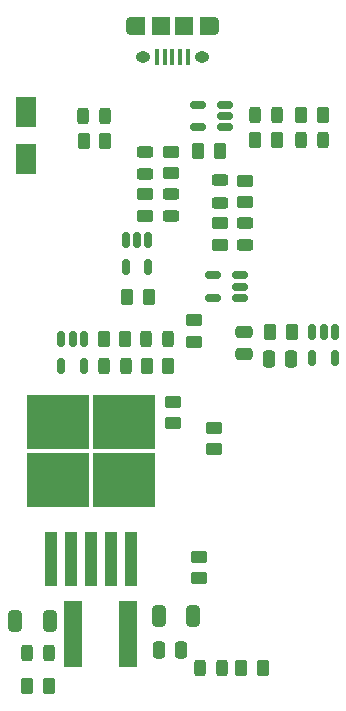
<source format=gbr>
%TF.GenerationSoftware,KiCad,Pcbnew,6.0.5*%
%TF.CreationDate,2022-05-23T21:48:15-04:00*%
%TF.ProjectId,BMS,424d532e-6b69-4636-9164-5f7063625858,rev?*%
%TF.SameCoordinates,Original*%
%TF.FileFunction,Paste,Top*%
%TF.FilePolarity,Positive*%
%FSLAX46Y46*%
G04 Gerber Fmt 4.6, Leading zero omitted, Abs format (unit mm)*
G04 Created by KiCad (PCBNEW 6.0.5) date 2022-05-23 21:48:15*
%MOMM*%
%LPD*%
G01*
G04 APERTURE LIST*
G04 Aperture macros list*
%AMRoundRect*
0 Rectangle with rounded corners*
0 $1 Rounding radius*
0 $2 $3 $4 $5 $6 $7 $8 $9 X,Y pos of 4 corners*
0 Add a 4 corners polygon primitive as box body*
4,1,4,$2,$3,$4,$5,$6,$7,$8,$9,$2,$3,0*
0 Add four circle primitives for the rounded corners*
1,1,$1+$1,$2,$3*
1,1,$1+$1,$4,$5*
1,1,$1+$1,$6,$7*
1,1,$1+$1,$8,$9*
0 Add four rect primitives between the rounded corners*
20,1,$1+$1,$2,$3,$4,$5,0*
20,1,$1+$1,$4,$5,$6,$7,0*
20,1,$1+$1,$6,$7,$8,$9,0*
20,1,$1+$1,$8,$9,$2,$3,0*%
G04 Aperture macros list end*
%ADD10RoundRect,0.243750X0.243750X0.456250X-0.243750X0.456250X-0.243750X-0.456250X0.243750X-0.456250X0*%
%ADD11RoundRect,0.250000X-0.450000X0.262500X-0.450000X-0.262500X0.450000X-0.262500X0.450000X0.262500X0*%
%ADD12RoundRect,0.250000X-0.475000X0.250000X-0.475000X-0.250000X0.475000X-0.250000X0.475000X0.250000X0*%
%ADD13RoundRect,0.150000X-0.150000X0.512500X-0.150000X-0.512500X0.150000X-0.512500X0.150000X0.512500X0*%
%ADD14RoundRect,0.250000X-0.262500X-0.450000X0.262500X-0.450000X0.262500X0.450000X-0.262500X0.450000X0*%
%ADD15RoundRect,0.250000X0.325000X0.650000X-0.325000X0.650000X-0.325000X-0.650000X0.325000X-0.650000X0*%
%ADD16RoundRect,0.243750X-0.243750X-0.456250X0.243750X-0.456250X0.243750X0.456250X-0.243750X0.456250X0*%
%ADD17R,1.600000X5.700000*%
%ADD18RoundRect,0.150000X0.512500X0.150000X-0.512500X0.150000X-0.512500X-0.150000X0.512500X-0.150000X0*%
%ADD19R,5.250000X4.550000*%
%ADD20R,1.100000X4.600000*%
%ADD21RoundRect,0.243750X0.456250X-0.243750X0.456250X0.243750X-0.456250X0.243750X-0.456250X-0.243750X0*%
%ADD22RoundRect,0.250000X0.262500X0.450000X-0.262500X0.450000X-0.262500X-0.450000X0.262500X-0.450000X0*%
%ADD23RoundRect,0.250000X-0.325000X-0.650000X0.325000X-0.650000X0.325000X0.650000X-0.325000X0.650000X0*%
%ADD24R,1.800000X2.500000*%
%ADD25RoundRect,0.243750X-0.456250X0.243750X-0.456250X-0.243750X0.456250X-0.243750X0.456250X0.243750X0*%
%ADD26RoundRect,0.250000X0.250000X0.475000X-0.250000X0.475000X-0.250000X-0.475000X0.250000X-0.475000X0*%
%ADD27RoundRect,0.250000X0.450000X-0.262500X0.450000X0.262500X-0.450000X0.262500X-0.450000X-0.262500X0*%
%ADD28O,0.890000X1.550000*%
%ADD29O,1.250000X0.950000*%
%ADD30R,0.400000X1.350000*%
%ADD31R,1.200000X1.550000*%
%ADD32R,1.500000X1.550000*%
%ADD33RoundRect,0.250000X-0.250000X-0.475000X0.250000X-0.475000X0.250000X0.475000X-0.250000X0.475000X0*%
G04 APERTURE END LIST*
D10*
%TO.C,D5*%
X27737500Y-11100000D03*
X25862500Y-11100000D03*
%TD*%
D11*
%TO.C,R13*%
X15050000Y-33237500D03*
X15050000Y-35062500D03*
%TD*%
D10*
%TO.C,D9*%
X14637500Y-27950000D03*
X12762500Y-27950000D03*
%TD*%
D11*
%TO.C,R16*%
X19050000Y-18137500D03*
X19050000Y-19962500D03*
%TD*%
D12*
%TO.C,C2*%
X21050000Y-27350000D03*
X21050000Y-29250000D03*
%TD*%
D13*
%TO.C,U10*%
X7500000Y-27912500D03*
X6550000Y-27912500D03*
X5600000Y-27912500D03*
X5600000Y-30187500D03*
X7500000Y-30187500D03*
%TD*%
D14*
%TO.C,R20*%
X2700000Y-57300000D03*
X4525000Y-57300000D03*
%TD*%
D15*
%TO.C,C1*%
X4625000Y-51850000D03*
X1675000Y-51850000D03*
%TD*%
D11*
%TO.C,R14*%
X16850000Y-26337500D03*
X16850000Y-28162500D03*
%TD*%
D14*
%TO.C,R24*%
X23287500Y-27350000D03*
X25112500Y-27350000D03*
%TD*%
D16*
%TO.C,D11*%
X9212500Y-30250000D03*
X11087500Y-30250000D03*
%TD*%
D14*
%TO.C,R11*%
X25887500Y-8950000D03*
X27712500Y-8950000D03*
%TD*%
D11*
%TO.C,R25*%
X18550000Y-35450000D03*
X18550000Y-37275000D03*
%TD*%
D10*
%TO.C,D15*%
X9287500Y-9050000D03*
X7412500Y-9050000D03*
%TD*%
D13*
%TO.C,U13*%
X28750000Y-27312500D03*
X27800000Y-27312500D03*
X26850000Y-27312500D03*
X26850000Y-29587500D03*
X28750000Y-29587500D03*
%TD*%
D17*
%TO.C,L1*%
X6550000Y-52900000D03*
X11250000Y-52900000D03*
%TD*%
D18*
%TO.C,U11*%
X20687500Y-24450000D03*
X20687500Y-23500000D03*
X20687500Y-22550000D03*
X18412500Y-22550000D03*
X18412500Y-24450000D03*
%TD*%
D11*
%TO.C,R10*%
X12700000Y-15700000D03*
X12700000Y-17525000D03*
%TD*%
D14*
%TO.C,R21*%
X20837500Y-55800000D03*
X22662500Y-55800000D03*
%TD*%
D19*
%TO.C,U1*%
X5325000Y-35000000D03*
X5325000Y-39850000D03*
X10875000Y-35000000D03*
X10875000Y-39850000D03*
D20*
X4700000Y-46575000D03*
X6400000Y-46575000D03*
X8100000Y-46575000D03*
X9800000Y-46575000D03*
X11500000Y-46575000D03*
%TD*%
D11*
%TO.C,R26*%
X17250000Y-46387500D03*
X17250000Y-48212500D03*
%TD*%
D21*
%TO.C,D8*%
X14850000Y-17550000D03*
X14850000Y-15675000D03*
%TD*%
D22*
%TO.C,R19*%
X9300000Y-11200000D03*
X7475000Y-11200000D03*
%TD*%
D23*
%TO.C,C3*%
X13825000Y-51400000D03*
X16775000Y-51400000D03*
%TD*%
D14*
%TO.C,R7*%
X17187500Y-12000000D03*
X19012500Y-12000000D03*
%TD*%
D24*
%TO.C,D2*%
X2600000Y-12700000D03*
X2600000Y-8700000D03*
%TD*%
D13*
%TO.C,U9*%
X12950000Y-19562500D03*
X12000000Y-19562500D03*
X11050000Y-19562500D03*
X11050000Y-21837500D03*
X12950000Y-21837500D03*
%TD*%
D16*
%TO.C,D14*%
X2712500Y-54500000D03*
X4587500Y-54500000D03*
%TD*%
D25*
%TO.C,D6*%
X12700000Y-12075000D03*
X12700000Y-13950000D03*
%TD*%
D16*
%TO.C,D7*%
X21962500Y-8950000D03*
X23837500Y-8950000D03*
%TD*%
D26*
%TO.C,C4*%
X25050000Y-29600000D03*
X23150000Y-29600000D03*
%TD*%
D27*
%TO.C,R18*%
X21150000Y-16362500D03*
X21150000Y-14537500D03*
%TD*%
%TO.C,R12*%
X14850000Y-13925000D03*
X14850000Y-12100000D03*
%TD*%
D25*
%TO.C,D10*%
X19050000Y-14512500D03*
X19050000Y-16387500D03*
%TD*%
D21*
%TO.C,D12*%
X21150000Y-19987500D03*
X21150000Y-18112500D03*
%TD*%
D22*
%TO.C,R8*%
X13012500Y-24400000D03*
X11187500Y-24400000D03*
%TD*%
D14*
%TO.C,R17*%
X12837500Y-30250000D03*
X14662500Y-30250000D03*
%TD*%
D18*
%TO.C,U8*%
X19437500Y-10000000D03*
X19437500Y-9050000D03*
X19437500Y-8100000D03*
X17162500Y-8100000D03*
X17162500Y-10000000D03*
%TD*%
D28*
%TO.C,J1*%
X11500000Y-1400000D03*
X18500000Y-1400000D03*
D29*
X12500000Y-4100000D03*
X17500000Y-4100000D03*
D30*
X16300000Y-4100000D03*
X15650000Y-4100000D03*
X15000000Y-4100000D03*
X14350000Y-4100000D03*
X13700000Y-4100000D03*
D31*
X12100000Y-1400000D03*
D32*
X16000000Y-1400000D03*
D31*
X17900000Y-1400000D03*
D32*
X14000000Y-1400000D03*
%TD*%
D10*
%TO.C,D13*%
X19187500Y-55800000D03*
X17312500Y-55800000D03*
%TD*%
D22*
%TO.C,R9*%
X23812500Y-11100000D03*
X21987500Y-11100000D03*
%TD*%
D33*
%TO.C,C6*%
X13850000Y-54300000D03*
X15750000Y-54300000D03*
%TD*%
D22*
%TO.C,R15*%
X11012500Y-27950000D03*
X9187500Y-27950000D03*
%TD*%
M02*

</source>
